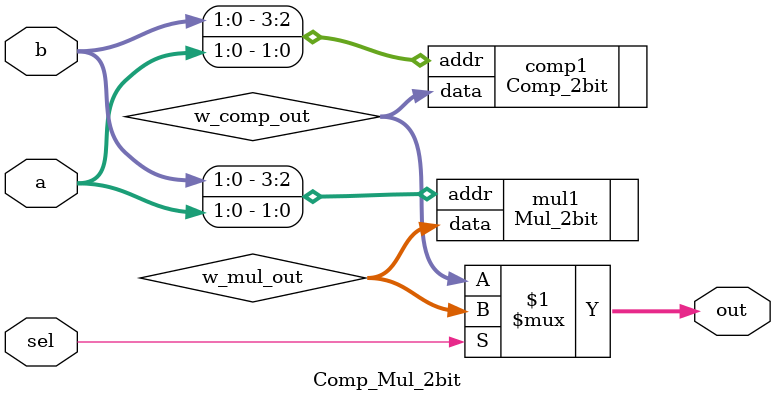
<source format=v>
`timescale 1ns / 1ps


module Comp_Mul_2bit( out, a, b, sel);

    /*--------- Declare Module I/O --------------------------*/
    output wire [3:0] out;  // Output data
    input [1:0] a, b;       // First and second 2-bit input
    input sel;              // Selector for mux
    
    /*--------- Declare internal wires --------------------------*/
    wire [3:0] w_mul_out;    // Output from multiplication module
    wire [3:0] w_comp_out;   // Output from comparison module

    // Instantiate multiplication and comparison modules
    Mul_2bit mul1 (.data(w_mul_out),.addr({b,a}));
    Comp_2bit comp1 (.data(w_comp_out),.addr({b,a}));
   
    assign out = sel ? w_mul_out : w_comp_out;
    
endmodule

</source>
